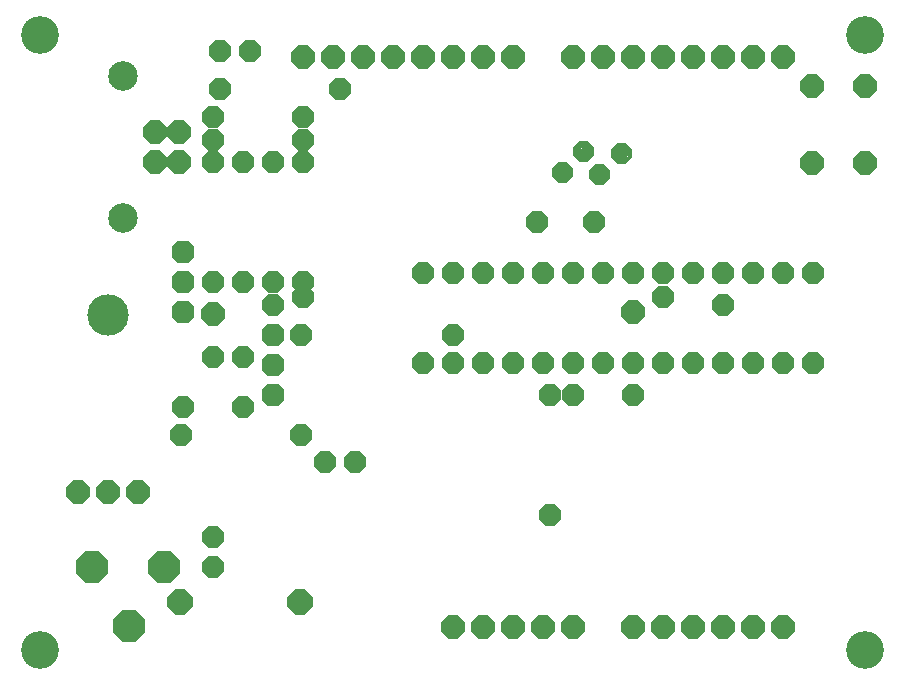
<source format=gbs>
G75*
G70*
%OFA0B0*%
%FSLAX24Y24*%
%IPPOS*%
%LPD*%
%AMOC8*
5,1,8,0,0,1.08239X$1,22.5*
%
%ADD10C,0.1261*%
%ADD11OC8,0.0720*%
%ADD12OC8,0.0774*%
%ADD13C,0.0986*%
%ADD14OC8,0.1064*%
%ADD15OC8,0.0800*%
%ADD16OC8,0.0760*%
%ADD17C,0.1380*%
%ADD18OC8,0.0840*%
%ADD19C,0.0144*%
%ADD20OC8,0.0740*%
%ADD21OC8,0.0780*%
D10*
X001409Y000855D03*
X028909Y000855D03*
X028909Y021355D03*
X001409Y021355D03*
D11*
X007159Y018605D03*
X007159Y017855D03*
X007159Y017105D03*
X008159Y017105D03*
X009159Y017105D03*
X010159Y017105D03*
X010159Y017855D03*
X010159Y018605D03*
X011409Y019555D03*
X008409Y020805D03*
X007409Y020805D03*
X007409Y019555D03*
X014159Y013405D03*
X015159Y013405D03*
X016159Y013405D03*
X017159Y013405D03*
X018159Y013405D03*
X019159Y013405D03*
X020159Y013405D03*
X021159Y013405D03*
X022159Y013405D03*
X023159Y013405D03*
X024159Y013405D03*
X025159Y013405D03*
X026159Y013405D03*
X027159Y013405D03*
X027159Y010405D03*
X026159Y010405D03*
X025159Y010405D03*
X024159Y010405D03*
X023159Y010405D03*
X022159Y010405D03*
X021159Y010405D03*
X020159Y010405D03*
X019159Y010405D03*
X018159Y010405D03*
X017159Y010405D03*
X016159Y010405D03*
X015159Y010405D03*
X014159Y010405D03*
X010109Y008005D03*
X010909Y007105D03*
X011909Y007105D03*
X008159Y008955D03*
X006159Y008955D03*
X006109Y008005D03*
X007159Y010605D03*
X008159Y010605D03*
X008159Y013105D03*
X007159Y013105D03*
X009159Y013105D03*
X010159Y013105D03*
X017959Y015105D03*
X019859Y015105D03*
X019159Y009355D03*
X018409Y009355D03*
X021159Y009355D03*
X018409Y005355D03*
X007159Y004605D03*
X007159Y003605D03*
D12*
X006013Y017113D03*
X005226Y017113D03*
X005226Y018097D03*
X006013Y018097D03*
D13*
X004159Y019975D03*
X004159Y015235D03*
D14*
X003112Y003605D03*
X005533Y003605D03*
X004352Y001636D03*
D15*
X004659Y006105D03*
X003659Y006105D03*
X002659Y006105D03*
X015159Y001605D03*
X016159Y001605D03*
X017159Y001605D03*
X018159Y001605D03*
X019159Y001605D03*
X021159Y001605D03*
X022159Y001605D03*
X023159Y001605D03*
X024159Y001605D03*
X025159Y001605D03*
X026159Y001605D03*
X027119Y017075D03*
X028899Y017075D03*
X028899Y019635D03*
X027119Y019635D03*
X026159Y020605D03*
X025159Y020605D03*
X024159Y020605D03*
X023159Y020605D03*
X022159Y020605D03*
X021159Y020605D03*
X020159Y020605D03*
X019159Y020605D03*
X017159Y020605D03*
X016159Y020605D03*
X015159Y020605D03*
X014159Y020605D03*
X013159Y020605D03*
X012159Y020605D03*
X011159Y020605D03*
X010159Y020605D03*
D16*
X006159Y014105D03*
X006159Y013105D03*
X006159Y012105D03*
X009159Y011355D03*
X009159Y010355D03*
X009159Y009355D03*
D17*
X003659Y012005D03*
D18*
X006059Y002455D03*
X010059Y002455D03*
D19*
X018590Y016704D02*
X018518Y016632D01*
X018518Y016870D01*
X018686Y017038D01*
X018924Y017038D01*
X019092Y016870D01*
X019092Y016632D01*
X018924Y016464D01*
X018686Y016464D01*
X018518Y016632D01*
X018626Y016677D01*
X018626Y016825D01*
X018731Y016930D01*
X018879Y016930D01*
X018984Y016825D01*
X018984Y016677D01*
X018879Y016572D01*
X018731Y016572D01*
X018626Y016677D01*
X018734Y016721D01*
X018734Y016781D01*
X018775Y016822D01*
X018835Y016822D01*
X018876Y016781D01*
X018876Y016721D01*
X018835Y016680D01*
X018775Y016680D01*
X018734Y016721D01*
X019298Y017411D02*
X019226Y017339D01*
X019226Y017577D01*
X019394Y017745D01*
X019632Y017745D01*
X019800Y017577D01*
X019800Y017339D01*
X019632Y017171D01*
X019394Y017171D01*
X019226Y017339D01*
X019334Y017384D01*
X019334Y017532D01*
X019439Y017637D01*
X019587Y017637D01*
X019692Y017532D01*
X019692Y017384D01*
X019587Y017279D01*
X019439Y017279D01*
X019334Y017384D01*
X019442Y017428D01*
X019442Y017488D01*
X019483Y017529D01*
X019543Y017529D01*
X019584Y017488D01*
X019584Y017428D01*
X019543Y017387D01*
X019483Y017387D01*
X019442Y017428D01*
X019840Y016654D02*
X019768Y016582D01*
X019768Y016820D01*
X019936Y016988D01*
X020174Y016988D01*
X020342Y016820D01*
X020342Y016582D01*
X020174Y016414D01*
X019936Y016414D01*
X019768Y016582D01*
X019876Y016627D01*
X019876Y016775D01*
X019981Y016880D01*
X020129Y016880D01*
X020234Y016775D01*
X020234Y016627D01*
X020129Y016522D01*
X019981Y016522D01*
X019876Y016627D01*
X019984Y016671D01*
X019984Y016731D01*
X020025Y016772D01*
X020085Y016772D01*
X020126Y016731D01*
X020126Y016671D01*
X020085Y016630D01*
X020025Y016630D01*
X019984Y016671D01*
X020548Y017361D02*
X020476Y017289D01*
X020476Y017527D01*
X020644Y017695D01*
X020882Y017695D01*
X021050Y017527D01*
X021050Y017289D01*
X020882Y017121D01*
X020644Y017121D01*
X020476Y017289D01*
X020584Y017334D01*
X020584Y017482D01*
X020689Y017587D01*
X020837Y017587D01*
X020942Y017482D01*
X020942Y017334D01*
X020837Y017229D01*
X020689Y017229D01*
X020584Y017334D01*
X020692Y017378D01*
X020692Y017438D01*
X020733Y017479D01*
X020793Y017479D01*
X020834Y017438D01*
X020834Y017378D01*
X020793Y017337D01*
X020733Y017337D01*
X020692Y017378D01*
D20*
X022159Y012605D03*
X024159Y012355D03*
X015159Y011355D03*
X010109Y011355D03*
X009159Y012355D03*
X010159Y012605D03*
D21*
X007159Y012055D03*
X021159Y012105D03*
M02*

</source>
